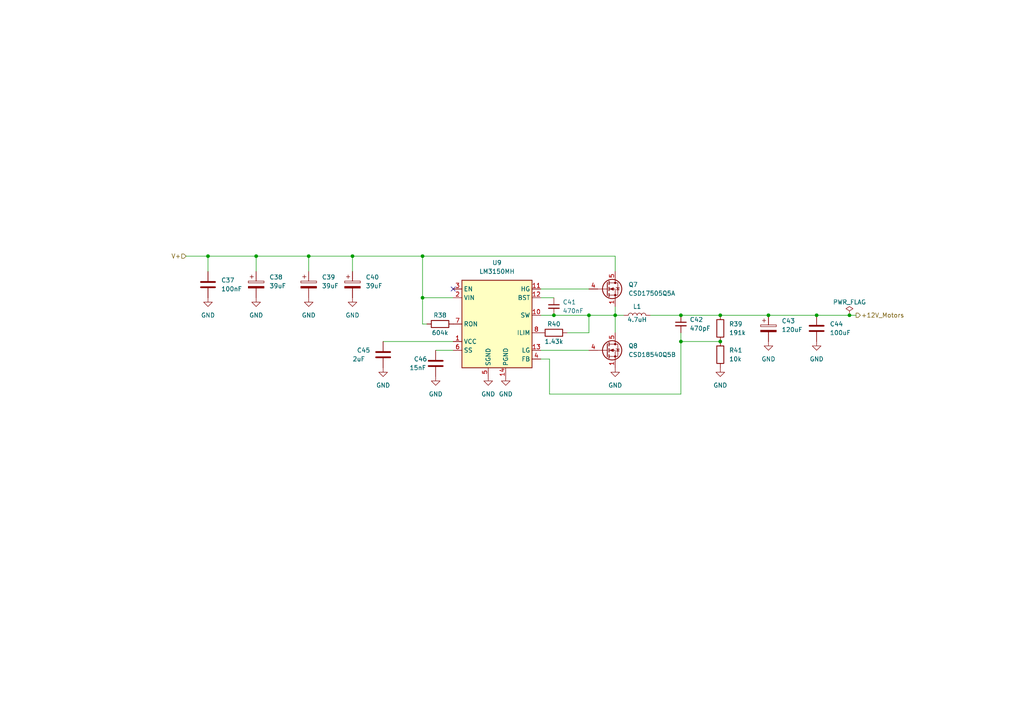
<source format=kicad_sch>
(kicad_sch (version 20211123) (generator eeschema)
  (paper "A4")
  (title_block (title "DC-DC converter 12V for motors") (date "2023-03-10") (rev "1") (company "University of Tartu"))
  (lib_symbols
    (symbol "Device:C" (pin_numbers hide) (pin_names (offset 0.254))
      (property "Reference" "C" (at 0.635 2.54 0))
      (property "Value" "C" (at 0.635 -2.54 0))
      (symbol "C_0_1"
        (polyline (pts (xy -2.032 -0.762) (xy 2.032 -0.762)) (stroke (width 0.508)))
        (polyline (pts (xy -2.032 0.762) (xy 2.032 0.762)) (stroke (width 0.508)))
      )
      (symbol "C_1_1"
        (pin passive line (at 0 3.81 270) (length 2.794) (name "~") (number "1"))
        (pin passive line (at 0 -3.81 90) (length 2.794) (name "~") (number "2"))
      )
    )
    (symbol "Device:C_Polarized" (pin_numbers hide) (pin_names (offset 0.254))
      (property "Reference" "C" (at 0.635 2.54 0))
      (property "Value" "C_Polarized" (at 0.635 -2.54 0))
      (symbol "C_Polarized_0_1"
        (rectangle (start -2.286 0.508) (end 2.286 1.016))
        (polyline (pts (xy -1.778 2.286) (xy -0.762 2.286)))
        (polyline (pts (xy -1.27 2.794) (xy -1.27 1.778)))
        (rectangle (start 2.286 -0.508) (end -2.286 -1.016) (fill (type outline)))
      )
      (symbol "C_Polarized_1_1"
        (pin passive line (at 0 3.81 270) (length 2.794) (name "~") (number "1"))
        (pin passive line (at 0 -3.81 90) (length 2.794) (name "~") (number "2"))
      )
    )
    (symbol "Device:C_Small" (pin_numbers hide) (pin_names (offset 0.254) hide)
      (property "Reference" "C" (at 0.254 1.778 0))
      (property "Value" "C_Small" (at 0.254 -2.032 0))
      (symbol "C_Small_0_1"
        (polyline (pts (xy -1.524 -0.508) (xy 1.524 -0.508)) (stroke (width 0.3302)))
        (polyline (pts (xy -1.524 0.508) (xy 1.524 0.508)) (stroke (width 0.3048)))
      )
      (symbol "C_Small_1_1"
        (pin passive line (at 0 2.54 270) (length 2.032) (name "~") (number "1"))
        (pin passive line (at 0 -2.54 90) (length 2.032) (name "~") (number "2"))
      )
    )
    (symbol "Device:L" (pin_numbers hide) (pin_names (offset 1.016) hide)
      (property "Reference" "L" (at -1.27 0 90))
      (property "Value" "L" (at 1.905 0 90))
      (symbol "L_0_1"
        (arc (start 0 -2.54) (mid 0.635 -1.905) (end 0 -1.27))
        (arc (start 0 -1.27) (mid 0.635 -0.635) (end 0 0))
        (arc (start 0 0) (mid 0.635 0.635) (end 0 1.27))
        (arc (start 0 1.27) (mid 0.635 1.905) (end 0 2.54))
      )
      (symbol "L_1_1"
        (pin passive line (at 0 3.81 270) (length 1.27) (name "1") (number "1"))
        (pin passive line (at 0 -3.81 90) (length 1.27) (name "2") (number "2"))
      )
    )
    (symbol "Device:R" (pin_numbers hide) (pin_names (offset 0))
      (property "Reference" "R" (at 2.032 0 90))
      (property "Value" "R" (at 0 0 90))
      (symbol "R_0_1"
        (rectangle (start -1.016 -2.54) (end 1.016 2.54) (stroke (width 0.254)))
      )
      (symbol "R_1_1"
        (pin passive line (at 0 3.81 270) (length 1.27) (name "~") (number "1"))
        (pin passive line (at 0 -3.81 90) (length 1.27) (name "~") (number "2"))
      )
    )
    (symbol "Regulator_Switching:LM3150MH"
      (property "Reference" "U" (at -10.16 13.97 0))
      (property "Value" "LM3150MH" (at 2.54 13.97 0))
      (symbol "LM3150MH_0_1"
        (rectangle (start -10.16 12.7) (end 10.16 -12.7) (stroke (width 0.254)) (fill (type background)))
      )
      (symbol "LM3150MH_1_1"
        (pin power_out line (at -12.7 -5.08 0) (length 2.54) (name "VCC") (number "1"))
        (pin output line (at 12.7 2.54 180) (length 2.54) (name "SW") (number "10"))
        (pin output line (at 12.7 10.16 180) (length 2.54) (name "HG") (number "11"))
        (pin passive line (at 12.7 7.62 180) (length 2.54) (name "BST") (number "12"))
        (pin output line (at 12.7 -7.62 180) (length 2.54) (name "LG") (number "13"))
        (pin power_in line (at 2.54 -15.24 90) (length 2.54) (name "PGND") (number "14"))
        (pin power_in line (at -2.54 -15.24 90) (length 2.54) hide (name "SGND") (number "15"))
        (pin power_in line (at -12.7 7.62 0) (length 2.54) (name "VIN") (number "2"))
        (pin input line (at -12.7 10.16 0) (length 2.54) (name "EN") (number "3"))
        (pin input line (at 12.7 -10.16 180) (length 2.54) (name "FB") (number "4"))
        (pin power_in line (at -2.54 -15.24 90) (length 2.54) (name "SGND") (number "5"))
        (pin passive line (at -12.7 -7.62 0) (length 2.54) (name "SS") (number "6"))
        (pin input line (at -12.7 0 0) (length 2.54) (name "RON") (number "7"))
        (pin input line (at 12.7 -2.54 180) (length 2.54) (name "ILIM") (number "8"))
        (pin power_in line (at -2.54 -15.24 90) (length 2.54) hide (name "SGND") (number "9"))
      )
    )
    (symbol "Transistor_FET:CSD17505Q5A" (pin_names hide)
      (property "Reference" "Q" (at 5.08 1.905 0))
      (property "Value" "CSD17505Q5A" (at 5.08 0 0))
      (symbol "CSD17505Q5A_0_1"
        (polyline (pts (xy 0.254 0) (xy -2.54 0)))
        (polyline (pts (xy 0.254 1.905) (xy 0.254 -1.905)) (stroke (width 0.254)))
        (polyline (pts (xy 0.762 -1.27) (xy 0.762 -2.286)) (stroke (width 0.254)))
        (polyline (pts (xy 0.762 0.508) (xy 0.762 -0.508)) (stroke (width 0.254)))
        (polyline (pts (xy 0.762 2.286) (xy 0.762 1.27)) (stroke (width 0.254)))
        (polyline (pts (xy 2.54 2.54) (xy 2.54 1.778)))
        (polyline (pts (xy 2.54 -2.54) (xy 2.54 0) (xy 0.762 0)))
        (polyline (pts (xy 0.762 -1.778) (xy 3.302 -1.778) (xy 3.302 1.778) (xy 0.762 1.778)))
        (polyline (pts (xy 1.016 0) (xy 2.032 0.381) (xy 2.032 -0.381) (xy 1.016 0)) (fill (type outline)))
        (polyline (pts (xy 2.794 0.508) (xy 2.921 0.381) (xy 3.683 0.381) (xy 3.81 0.254)))
        (polyline (pts (xy 3.302 0.381) (xy 2.921 -0.254) (xy 3.683 -0.254) (xy 3.302 0.381)))
        (circle (center 1.651 0) (radius 2.794) (stroke (width 0.254)))
        (circle (center 2.54 -1.778) (radius 0.254) (fill (type outline)))
        (circle (center 2.54 1.778) (radius 0.254) (fill (type outline)))
      )
      (symbol "CSD17505Q5A_1_1"
        (pin passive line (at 2.54 -5.08 90) (length 2.54) (name "S") (number "1"))
        (pin passive line (at 2.54 -5.08 90) (length 2.54) hide (name "S") (number "2"))
        (pin passive line (at 2.54 -5.08 90) (length 2.54) hide (name "S") (number "3"))
        (pin passive line (at -5.08 0 0) (length 2.54) (name "G") (number "4"))
        (pin passive line (at 2.54 5.08 270) (length 2.54) (name "D") (number "5"))
      )
    )
    (symbol "Transistor_FET:CSD18540Q5B" (pin_names hide)
      (property "Reference" "Q" (at 5.08 1.905 0))
      (property "Value" "CSD18540Q5B" (at 5.08 0 0))
      (symbol "CSD18540Q5B_0_1"
        (polyline (pts (xy 0.254 0) (xy -2.54 0)))
        (polyline (pts (xy 0.254 1.905) (xy 0.254 -1.905)) (stroke (width 0.254)))
        (polyline (pts (xy 0.762 -1.27) (xy 0.762 -2.286)) (stroke (width 0.254)))
        (polyline (pts (xy 0.762 0.508) (xy 0.762 -0.508)) (stroke (width 0.254)))
        (polyline (pts (xy 0.762 2.286) (xy 0.762 1.27)) (stroke (width 0.254)))
        (polyline (pts (xy 2.54 2.54) (xy 2.54 1.778)))
        (polyline (pts (xy 2.54 -2.54) (xy 2.54 0) (xy 0.762 0)))
        (polyline (pts (xy 0.762 -1.778) (xy 3.302 -1.778) (xy 3.302 1.778) (xy 0.762 1.778)))
        (polyline (pts (xy 1.016 0) (xy 2.032 0.381) (xy 2.032 -0.381) (xy 1.016 0)) (fill (type outline)))
        (polyline (pts (xy 2.794 0.508) (xy 2.921 0.381) (xy 3.683 0.381) (xy 3.81 0.254)))
        (polyline (pts (xy 3.302 0.381) (xy 2.921 -0.254) (xy 3.683 -0.254) (xy 3.302 0.381)))
        (circle (center 1.651 0) (radius 2.794) (stroke (width 0.254)))
        (circle (center 2.54 -1.778) (radius 0.254) (fill (type outline)))
        (circle (center 2.54 1.778) (radius 0.254) (fill (type outline)))
      )
      (symbol "CSD18540Q5B_1_1"
        (pin passive line (at 2.54 -5.08 90) (length 2.54) (name "S") (number "1"))
        (pin passive line (at 2.54 -5.08 90) (length 2.54) hide (name "S") (number "2"))
        (pin passive line (at 2.54 -5.08 90) (length 2.54) hide (name "S") (number "3"))
        (pin passive line (at -5.08 0 0) (length 2.54) (name "G") (number "4"))
        (pin passive line (at 2.54 5.08 270) (length 2.54) (name "D") (number "5"))
      )
    )
    (symbol "power:GND" (power) (pin_names (offset 0))
      (property "Value" "GND" (at 0 -3.81 0))
      (symbol "GND_0_1"
        (polyline (pts (xy 0 0) (xy 0 -1.27) (xy 1.27 -1.27) (xy 0 -2.54) (xy -1.27 -1.27) (xy 0 -1.27)))
      )
      (symbol "GND_1_1"
        (pin power_in line (at 0 0 270) (length 0) hide (name "GND") (number "1"))
      )
    )
    (symbol "power:PWR_FLAG" (power) (pin_numbers hide) (pin_names (offset 0) hide)
      (property "Value" "PWR_FLAG" (at 0 3.81 0))
      (symbol "PWR_FLAG_0_0"
        (pin power_out line (at 0 0 90) (length 0) (name "pwr") (number "1"))
      )
      (symbol "PWR_FLAG_0_1"
        (polyline (pts (xy 0 0) (xy 0 1.27) (xy -1.016 1.905) (xy 0 2.54) (xy 1.016 1.905) (xy 0 1.27)))
      )
    )
  )
  (junction (at 178.435 91.44))
  (junction (at 160.655 91.44))
  (junction (at 170.815 91.44))
  (junction (at 89.535 74.295))
  (junction (at 122.555 74.295))
  (junction (at 197.485 91.44))
  (junction (at 236.855 91.44))
  (junction (at 208.915 91.44))
  (junction (at 122.555 86.36))
  (junction (at 60.325 74.295))
  (junction (at 197.485 99.06))
  (junction (at 208.915 99.06))
  (junction (at 222.885 91.44))
  (junction (at 246.38 91.44))
  (junction (at 102.235 74.295))
  (junction (at 74.295 74.295))
  (no_connect (at 131.445 83.82))
  (wire (pts (xy 197.485 114.3) (xy 159.385 114.3)))
  (wire (pts (xy 180.975 91.44) (xy 178.435 91.44)))
  (wire (pts (xy 164.465 96.52) (xy 170.815 96.52)))
  (wire (pts (xy 60.325 74.295) (xy 60.325 78.74)))
  (wire (pts (xy 60.325 74.295) (xy 74.295 74.295)))
  (wire (pts (xy 159.385 104.14) (xy 156.845 104.14)))
  (wire (pts (xy 188.595 91.44) (xy 197.485 91.44)))
  (wire (pts (xy 111.125 99.06) (xy 131.445 99.06)))
  (wire (pts (xy 170.815 96.52) (xy 170.815 91.44)))
  (wire (pts (xy 159.385 114.3) (xy 159.385 104.14)))
  (wire (pts (xy 222.885 91.44) (xy 236.855 91.44)))
  (wire (pts (xy 178.435 91.44) (xy 170.815 91.44)))
  (wire (pts (xy 197.485 99.06) (xy 208.915 99.06)))
  (wire (pts (xy 74.295 74.295) (xy 89.535 74.295)))
  (wire (pts (xy 156.845 83.82) (xy 170.815 83.82)))
  (wire (pts (xy 126.365 101.6) (xy 131.445 101.6)))
  (wire (pts (xy 122.555 74.295) (xy 178.435 74.295)))
  (wire (pts (xy 53.975 74.295) (xy 60.325 74.295)))
  (wire (pts (xy 102.235 74.295) (xy 102.235 78.74)))
  (wire (pts (xy 122.555 93.98) (xy 122.555 86.36)))
  (wire (pts (xy 74.295 74.295) (xy 74.295 78.74)))
  (wire (pts (xy 178.435 78.74) (xy 178.435 74.295)))
  (wire (pts (xy 156.845 91.44) (xy 160.655 91.44)))
  (wire (pts (xy 178.435 88.9) (xy 178.435 91.44)))
  (wire (pts (xy 197.485 99.06) (xy 197.485 114.3)))
  (wire (pts (xy 197.485 96.52) (xy 197.485 99.06)))
  (wire (pts (xy 156.845 86.36) (xy 160.655 86.36)))
  (wire (pts (xy 102.235 74.295) (xy 122.555 74.295)))
  (wire (pts (xy 122.555 74.295) (xy 122.555 86.36)))
  (wire (pts (xy 208.915 91.44) (xy 222.885 91.44)))
  (wire (pts (xy 89.535 74.295) (xy 89.535 78.74)))
  (wire (pts (xy 156.845 101.6) (xy 170.815 101.6)))
  (wire (pts (xy 236.855 91.44) (xy 246.38 91.44)))
  (wire (pts (xy 160.655 91.44) (xy 170.815 91.44)))
  (wire (pts (xy 122.555 86.36) (xy 131.445 86.36)))
  (wire (pts (xy 197.485 91.44) (xy 208.915 91.44)))
  (wire (pts (xy 89.535 74.295) (xy 102.235 74.295)))
  (wire (pts (xy 178.435 91.44) (xy 178.435 96.52)))
  (wire (pts (xy 123.825 93.98) (xy 122.555 93.98)))
  (wire (pts (xy 246.38 91.44) (xy 248.285 91.44)))
  (hierarchical_label "+12V_Motors" (shape output) (at 248.285 91.44 0))
  (hierarchical_label "V+" (shape input) (at 53.975 74.295 180))
  (symbol (lib_id "Device:C_Polarized") (at 222.885 95.25 0) (unit 1)
    (property "Reference" "C43" (at 226.695 93.0909 0) (effects (justify left)))
    (property "Value" "120uF" (at 226.695 95.6309 0) (effects (justify left)))
    (property "Footprint" "Robotont:CAP-SMD_BD10.0-L10.3-W10.3-FD_EEHZC1E331P" (effects hide))
    (property "Datasheet" "https://ee.farnell.com/panasonic/eehzt1h121p/cap-120uf-50v-alu-elec-hybrid/dp/3584424?st=3584424" (effects hide))
    (property "LCSC" "C128514" (effects hide))
  )
  (symbol (lib_id "power:GND") (at 102.235 86.36 0) (unit 1)
    (property "Reference" "#PWR064" (effects hide))
    (property "Value" "GND" (at 102.235 91.44 0))
  )
  (symbol (lib_id "power:GND") (at 222.885 99.06 0) (unit 1)
    (property "Reference" "#PWR065" (effects hide))
    (property "Value" "GND" (at 222.885 104.14 0))
  )
  (symbol (lib_id "power:GND") (at 236.855 99.06 0) (unit 1)
    (property "Reference" "#PWR066" (effects hide))
    (property "Value" "GND" (at 236.855 104.14 0))
  )
  (symbol (lib_id "Device:L") (at 184.785 91.44 90) (unit 1)
    (property "Reference" "L1" (at 184.785 88.9 90))
    (property "Value" "4.7uH" (at 184.785 92.71 90))
    (property "Footprint" "Robotont:IND-SMD_L17.5-W17.5" (effects hide))
    (property "Datasheet" "https://datasheet.lcsc.com/lcsc/2009171440_TAI-TECH-TMPC1707HP-4R7MG-D_C357285.pdf" (effects hide))
    (property "LCSC" "C357285" (effects hide))
  )
  (symbol (lib_id "Device:C_Small") (at 160.655 88.9 0) (unit 1)
    (property "Reference" "C41" (at 163.195 87.6362 0) (effects (justify left)))
    (property "Value" "470nF" (at 163.195 90.1762 0) (effects (justify left)))
    (property "Footprint" "Capacitor_SMD:C_0805_2012Metric" (effects hide))
    (property "Datasheet" "https://datasheet.lcsc.com/lcsc/1810251812_Samsung-Electro-Mechanics-CL21B474KBFNNNE_C13967.pdf" (effects hide))
    (property "LCSC" "C13967" (effects hide))
  )
  (symbol (lib_id "Device:R") (at 160.655 96.52 90) (unit 1)
    (property "Reference" "R40" (at 160.655 93.98 90))
    (property "Value" "1.43k" (at 160.655 99.06 90))
    (property "Footprint" "Resistor_SMD:R_0805_2012Metric_Pad1.20x1.40mm_HandSolder" (effects hide))
    (property "Datasheet" "https://datasheet.lcsc.com/lcsc/2007151235_YAGEO-RC0805FR-071K43L_C482962.pdf" (effects hide))
    (property "LCSC" "C482962" (effects hide))
  )
  (symbol (lib_id "power:GND") (at 208.915 106.68 0) (unit 1)
    (property "Reference" "#PWR069" (effects hide))
    (property "Value" "GND" (at 208.915 111.76 0))
  )
  (symbol (lib_id "power:GND") (at 146.685 109.22 0) (unit 1)
    (property "Reference" "#PWR072" (effects hide))
    (property "Value" "GND" (at 146.685 114.3 0))
  )
  (symbol (lib_id "Device:C") (at 111.125 102.87 0) (unit 1)
    (property "Reference" "C45" (at 103.505 101.6 0) (effects (justify left)))
    (property "Value" "2uF" (at 102.235 104.14 0) (effects (justify left)))
    (property "Footprint" "Capacitor_SMD:C_0805_2012Metric" (effects hide))
    (property "Datasheet" "https://datasheet.lcsc.com/lcsc/1811101411_FH--Guangdong-Fenghua-Advanced-Tech-0805F225M500NT_C49217.pdf" (effects hide))
    (property "LCSC" "C49217" (effects hide))
  )
  (symbol (lib_id "power:GND") (at 74.295 86.36 0) (unit 1)
    (property "Reference" "#PWR062" (effects hide))
    (property "Value" "GND" (at 74.295 91.44 0))
  )
  (symbol (lib_id "Device:C") (at 60.325 82.55 0) (unit 1)
    (property "Reference" "C37" (at 64.135 81.2799 0) (effects (justify left)))
    (property "Value" "100nF" (at 64.135 83.8199 0) (effects (justify left)))
    (property "Footprint" "Capacitor_SMD:C_0805_2012Metric" (effects hide))
    (property "Datasheet" "https://datasheet.lcsc.com/lcsc/1810101813_YAGEO-CC0805KRX7R9BB104_C49678.pdf" (effects hide))
    (property "LCSC" "C49678" (effects hide))
  )
  (symbol (lib_id "power:GND") (at 126.365 109.22 0) (unit 1)
    (property "Reference" "#PWR070" (effects hide))
    (property "Value" "GND" (at 126.365 114.3 0))
  )
  (symbol (lib_id "power:GND") (at 89.535 86.36 0) (unit 1)
    (property "Reference" "#PWR063" (effects hide))
    (property "Value" "GND" (at 89.535 91.44 0))
  )
  (symbol (lib_id "Transistor_FET:CSD17505Q5A") (at 175.895 83.82 0) (unit 1)
    (property "Reference" "Q7" (at 182.245 82.5499 0) (effects (justify left)))
    (property "Value" "CSD17505Q5A" (at 182.245 85.0899 0) (effects (justify left)))
    (property "Footprint" "Package_TO_SOT_SMD:TDSON-8-1" (effects hide))
    (property "Datasheet" "http://www.ti.com/lit/gpn/csd17505q5a" (effects hide))
    (property "LCSC" "C553150" (effects hide))
  )
  (symbol (lib_id "Device:C") (at 236.855 95.25 0) (unit 1)
    (property "Reference" "C44" (at 240.665 93.9799 0) (effects (justify left)))
    (property "Value" "100uF" (at 240.665 96.5199 0) (effects (justify left)))
    (property "Footprint" "Capacitor_SMD:C_1210_3225Metric" (effects hide))
    (property "Datasheet" "https://datasheet.lcsc.com/lcsc/1912111437_Taiyo-Yuden-EMK325ABJ107MM-P_C90143.pdf" (effects hide))
    (property "LCSC" "C90143" (effects hide))
  )
  (symbol (lib_id "Device:C_Small") (at 197.485 93.98 0) (unit 1)
    (property "Reference" "C42" (at 200.025 92.7162 0) (effects (justify left)))
    (property "Value" "470pF" (at 200.025 95.2562 0) (effects (justify left)))
    (property "Footprint" "Capacitor_SMD:C_0805_2012Metric" (effects hide))
    (property "Datasheet" "https://datasheet.lcsc.com/lcsc/1811110920_FH--Guangdong-Fenghua-Advanced-Tech-0805B471K500NT_C1743.pdf" (effects hide))
    (property "LCSC" "C1743" (effects hide))
  )
  (symbol (lib_id "Device:R") (at 127.635 93.98 90) (unit 1)
    (property "Reference" "R38" (at 127.635 91.44 90))
    (property "Value" "604k" (at 127.635 96.52 90))
    (property "Footprint" "Resistor_SMD:R_0805_2012Metric_Pad1.20x1.40mm_HandSolder" (effects hide))
    (property "Datasheet" "https://datasheet.lcsc.com/lcsc/2007151311_YAGEO-RC0805FR-07604KL_C483204.pdf" (effects hide))
    (property "LCSC" "C483204" (effects hide))
  )
  (symbol (lib_id "Device:C_Polarized") (at 74.295 82.55 0) (unit 1)
    (property "Reference" "C38" (at 78.105 80.3909 0) (effects (justify left)))
    (property "Value" "39uF" (at 78.105 82.9309 0) (effects (justify left)))
    (property "Footprint" "Robotont:CAP-SMD_BD8.0-L8.3-W8.3-LS9.0-FD_35SVPF39M" (effects hide))
    (property "Datasheet" "https://datasheet.lcsc.com/lcsc/1810121627_PANASONIC-35SVPF39M_C189474.pdf" (effects hide))
    (property "LCSC" "C189474" (effects hide))
  )
  (symbol (lib_id "Device:C_Polarized") (at 102.235 82.55 0) (unit 1)
    (property "Reference" "C40" (at 106.045 80.3909 0) (effects (justify left)))
    (property "Value" "39uF" (at 106.045 82.9309 0) (effects (justify left)))
    (property "Footprint" "Robotont:CAP-SMD_BD8.0-L8.3-W8.3-LS9.0-FD_35SVPF39M" (effects hide))
    (property "Datasheet" "https://datasheet.lcsc.com/lcsc/1810121627_PANASONIC-35SVPF39M_C189474.pdf" (effects hide))
    (property "LCSC" "C189474" (effects hide))
  )
  (symbol (lib_id "Device:C_Polarized") (at 89.535 82.55 0) (unit 1)
    (property "Reference" "C39" (at 93.345 80.3909 0) (effects (justify left)))
    (property "Value" "39uF" (at 93.345 82.9309 0) (effects (justify left)))
    (property "Footprint" "Robotont:CAP-SMD_BD8.0-L8.3-W8.3-LS9.0-FD_35SVPF39M" (effects hide))
    (property "Datasheet" "https://datasheet.lcsc.com/lcsc/1810121627_PANASONIC-35SVPF39M_C189474.pdf" (effects hide))
    (property "LCSC" "C189474" (effects hide))
  )
  (symbol (lib_id "Device:R") (at 208.915 95.25 0) (unit 1)
    (property "Reference" "R39" (at 211.455 93.9799 0) (effects (justify left)))
    (property "Value" "191k" (at 211.455 96.5199 0) (effects (justify left)))
    (property "Footprint" "Resistor_SMD:R_0805_2012Metric_Pad1.20x1.40mm_HandSolder" (effects hide))
    (property "Datasheet" "https://datasheet.lcsc.com/lcsc/1810311323_YAGEO-AC0805FR-07191KL_C228358.pdf" (effects hide))
    (property "LCSC" "C228358" (effects hide))
  )
  (symbol (lib_id "power:PWR_FLAG") (at 246.38 91.44 0) (unit 1)
    (property "Reference" "#FLG09" (effects hide))
    (property "Value" "PWR_FLAG" (at 246.38 87.63 0))
  )
  (symbol (lib_id "Regulator_Switching:LM3150MH") (at 144.145 93.98 0) (unit 1)
    (property "Reference" "U9" (at 144.145 76.2 0))
    (property "Value" "LM3150MH" (at 144.145 78.74 0))
    (property "Footprint" "Package_SO:HTSSOP-14-1EP_4.4x5mm_P0.65mm_EP3.4x5mm_Mask3x3.1mm" (effects hide))
    (property "Datasheet" "http://www.ti.com/lit/ds/symlink/lm3150.pdf" (effects hide))
    (property "LCSC" "C48112" (effects hide))
  )
  (symbol (lib_id "power:GND") (at 141.605 109.22 0) (unit 1)
    (property "Reference" "#PWR071" (effects hide))
    (property "Value" "GND" (at 141.605 114.3 0))
  )
  (symbol (lib_id "Transistor_FET:CSD18540Q5B") (at 175.895 101.6 0) (unit 1)
    (property "Reference" "Q8" (at 182.245 100.3299 0) (effects (justify left)))
    (property "Value" "CSD18540Q5B" (at 182.245 102.8699 0) (effects (justify left)))
    (property "Footprint" "Package_TO_SOT_SMD:TDSON-8-1" (effects hide))
    (property "Datasheet" "http://www.ti.com/lit/gpn/csd18540q5b" (effects hide))
    (property "LCSC" "C86513" (effects hide))
  )
  (symbol (lib_id "power:GND") (at 111.125 106.68 0) (unit 1)
    (property "Reference" "#PWR067" (effects hide))
    (property "Value" "GND" (at 111.125 111.76 0))
  )
  (symbol (lib_id "power:GND") (at 60.325 86.36 0) (unit 1)
    (property "Reference" "#PWR061" (effects hide))
    (property "Value" "GND" (at 60.325 91.44 0))
  )
  (symbol (lib_id "power:GND") (at 178.435 106.68 0) (unit 1)
    (property "Reference" "#PWR068" (effects hide))
    (property "Value" "GND" (at 178.435 111.76 0))
  )
  (symbol (lib_id "Device:C") (at 126.365 105.41 0) (unit 1)
    (property "Reference" "C46" (at 120.015 104.14 0) (effects (justify left)))
    (property "Value" "15nF" (at 118.745 106.68 0) (effects (justify left)))
    (property "Footprint" "Capacitor_SMD:C_0603_1608Metric" (effects hide))
    (property "Datasheet" "https://datasheet.lcsc.com/lcsc/1811061810_FH--Guangdong-Fenghua-Advanced-Tech-0603B153K500NT_C1596.pdf" (effects hide))
    (property "LCSC" "C1596" (effects hide))
  )
  (symbol (lib_id "Device:R") (at 208.915 102.87 0) (unit 1)
    (property "Reference" "R41" (at 211.455 101.5999 0) (effects (justify left)))
    (property "Value" "10k" (at 211.455 104.1399 0) (effects (justify left)))
    (property "Footprint" "Resistor_SMD:R_0805_2012Metric_Pad1.20x1.40mm_HandSolder" (effects hide))
    (property "Datasheet" "https://datasheet.lcsc.com/lcsc/1810201611_YAGEO-RC0805FR-0710KL_C84376.pdf" (effects hide))
    (property "LCSC" "C84376" (effects hide))
  )
)
</source>
